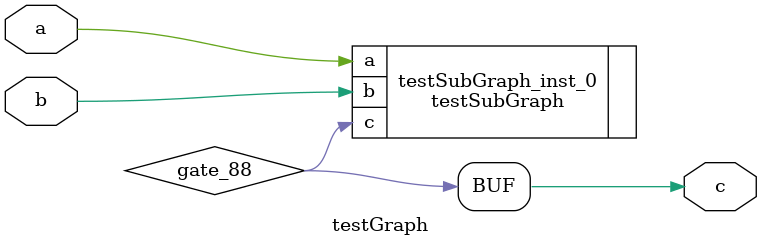
<source format=v>

module testGraph(
	a, b, 
	c
);
	// Writing inputs
	input a, b;
	// Writing outputs
	output c;
	// Writing gates for subGraphs outputs
	wire gate_88;
	
  testSubGraph testSubGraph_inst_0 (
    .a( a ),
    .b( b ),
    .c( gate_88 )
  ); 

	assign c = gate_88;
endmodule

</source>
